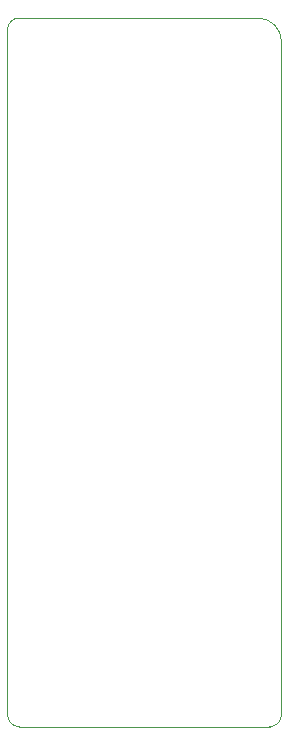
<source format=gm1>
G04 #@! TF.GenerationSoftware,KiCad,Pcbnew,7.0.2*
G04 #@! TF.CreationDate,2023-04-26T23:20:16+03:00*
G04 #@! TF.ProjectId,mriya-mcu-cover,6d726979-612d-46d6-9375-2d636f766572,0.9*
G04 #@! TF.SameCoordinates,Original*
G04 #@! TF.FileFunction,Profile,NP*
%FSLAX46Y46*%
G04 Gerber Fmt 4.6, Leading zero omitted, Abs format (unit mm)*
G04 Created by KiCad (PCBNEW 7.0.2) date 2023-04-26 23:20:16*
%MOMM*%
%LPD*%
G01*
G04 APERTURE LIST*
G04 #@! TA.AperFunction,Profile*
%ADD10C,0.100000*%
G04 #@! TD*
G04 APERTURE END LIST*
D10*
X100000000Y-99000000D02*
G75*
G03*
X101000000Y-100000000I1000000J0D01*
G01*
X101000000Y-40000000D02*
G75*
G03*
X100000000Y-41000000I0J-1000000D01*
G01*
X101000000Y-100000000D02*
X122200000Y-100000000D01*
X122200000Y-100000000D02*
G75*
G03*
X123200000Y-99000000I0J1000000D01*
G01*
X123200000Y-42000000D02*
X123200000Y-99000000D01*
X100000000Y-99000000D02*
X100000000Y-41000000D01*
X123200000Y-42000000D02*
G75*
G03*
X121200000Y-40000000I-2000000J0D01*
G01*
X101000000Y-40000000D02*
X121200000Y-40000000D01*
M02*

</source>
